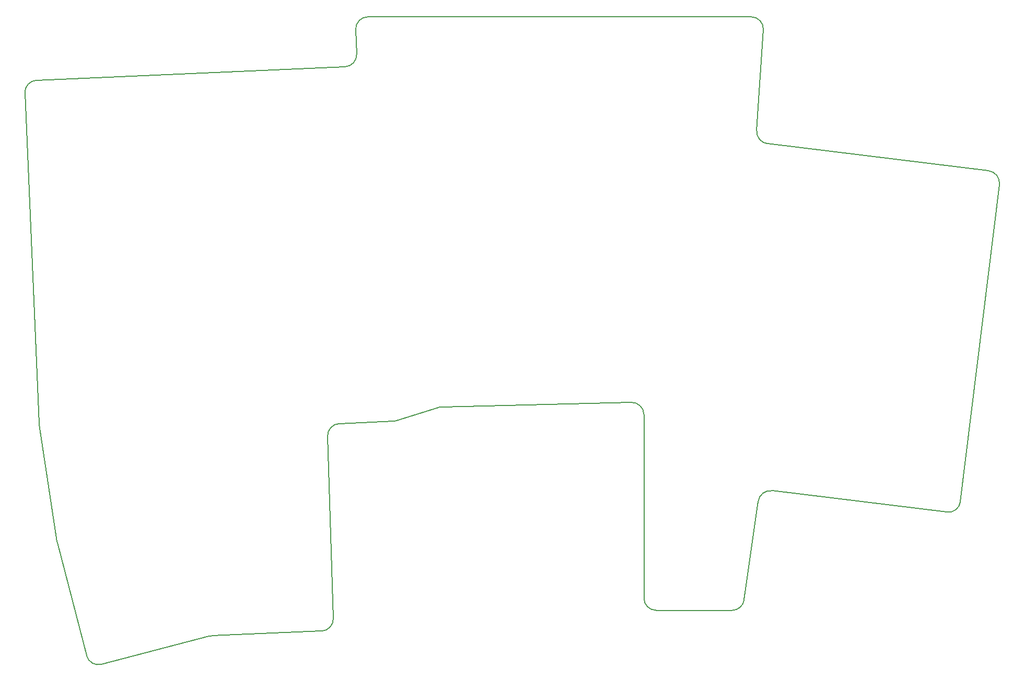
<source format=gm1>
G04 #@! TF.GenerationSoftware,KiCad,Pcbnew,8.0.5-dirty*
G04 #@! TF.CreationDate,2024-10-14T15:43:55+03:00*
G04 #@! TF.ProjectId,Kivipallur_right,4b697669-7061-46c6-9c75-725f72696768,1*
G04 #@! TF.SameCoordinates,Original*
G04 #@! TF.FileFunction,Profile,NP*
%FSLAX46Y46*%
G04 Gerber Fmt 4.6, Leading zero omitted, Abs format (unit mm)*
G04 Created by KiCad (PCBNEW 8.0.5-dirty) date 2024-10-14 15:43:55*
%MOMM*%
%LPD*%
G01*
G04 APERTURE LIST*
G04 #@! TA.AperFunction,Profile*
%ADD10C,0.150000*%
G04 #@! TD*
G04 APERTURE END LIST*
D10*
X126476608Y-106514208D02*
X133257076Y-104360190D01*
X166571278Y-105532099D02*
X166571278Y-135283709D01*
X71510462Y-126317027D02*
X76240616Y-144607175D01*
X71510462Y-126317027D02*
G75*
G02*
X71469299Y-126115709I1936038J500727D01*
G01*
X68607130Y-107214527D02*
G75*
G02*
X68586486Y-107002323I1977970J299527D01*
G01*
X117208414Y-106988205D02*
X125958309Y-106606177D01*
X118111611Y-49093706D02*
X68155282Y-51274846D01*
X119858140Y-43067026D02*
X120022636Y-47012293D01*
X168571278Y-137283709D02*
G75*
G02*
X166571291Y-135283709I-78J1999909D01*
G01*
X66244423Y-53360181D02*
G75*
G02*
X68155281Y-51274820I1998077J87281D01*
G01*
X182815694Y-135565351D02*
G75*
G02*
X180835624Y-137283725I-1980094J281651D01*
G01*
X66244424Y-53360182D02*
X68586490Y-107002323D01*
X126476609Y-106514208D02*
G75*
G02*
X125958309Y-106606172I-605409J1905508D01*
G01*
X183934299Y-40983709D02*
X121856404Y-40983709D01*
X96527342Y-141423075D02*
X114321282Y-140646175D01*
X78682720Y-146041397D02*
X96108772Y-141486189D01*
X133814810Y-104266889D02*
X164523473Y-103532671D01*
X164523473Y-103532670D02*
G75*
G02*
X166571200Y-105532099I47727J-1999430D01*
G01*
X168571278Y-137283709D02*
X180835624Y-137283709D01*
X119858140Y-43067025D02*
G75*
G02*
X121856404Y-40983703I1998260J83325D01*
G01*
X116233039Y-138584703D02*
X115296657Y-109049678D01*
X217866978Y-119614832D02*
G75*
G02*
X215638151Y-121356151I-1984978J243632D01*
G01*
X116233038Y-138584702D02*
G75*
G02*
X114321285Y-140646245I-1998938J-63498D01*
G01*
X217866978Y-119614832D02*
X224179810Y-68200941D01*
X78682720Y-146041397D02*
G75*
G02*
X76240642Y-144607168I-505720J1935097D01*
G01*
X187312989Y-117878293D02*
X215638147Y-121356185D01*
X133257076Y-104360190D02*
G75*
G02*
X133814810Y-104266878I605524J-1905810D01*
G01*
X185089180Y-119581744D02*
G75*
G02*
X187312984Y-117878335I1980120J-281756D01*
G01*
X222438457Y-65972110D02*
G75*
G02*
X224179879Y-68200949I-243657J-1985090D01*
G01*
X183934299Y-40983709D02*
G75*
G02*
X185929903Y-43116006I101J-1999891D01*
G01*
X96108772Y-141486189D02*
G75*
G02*
X96527342Y-141423079I505928J-1935911D01*
G01*
X184846795Y-59454148D02*
X185929919Y-43116007D01*
X120022636Y-47012292D02*
G75*
G02*
X118111609Y-49093670I-1998236J-83308D01*
G01*
X182815695Y-135565352D02*
X185089180Y-119581743D01*
X222438456Y-65972110D02*
X186598676Y-61571538D01*
X186598675Y-61571538D02*
G75*
G02*
X184846734Y-59454144I243725J1985138D01*
G01*
X115296657Y-109049679D02*
G75*
G02*
X117208412Y-106988158I1999043J63379D01*
G01*
X68607130Y-107214526D02*
X71469301Y-126115709D01*
M02*

</source>
